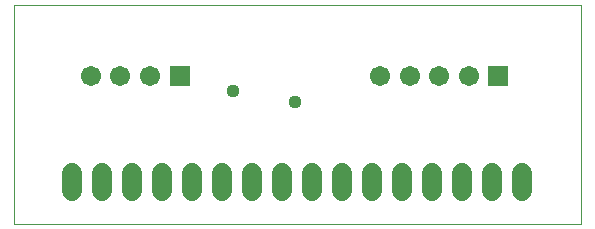
<source format=gbs>
G75*
%MOIN*%
%OFA0B0*%
%FSLAX25Y25*%
%IPPOS*%
%LPD*%
%AMOC8*
5,1,8,0,0,1.08239X$1,22.5*
%
%ADD10C,0.00000*%
%ADD11C,0.06800*%
%ADD12R,0.06737X0.06737*%
%ADD13C,0.06737*%
%ADD14C,0.04369*%
D10*
X0001610Y0001000D02*
X0190586Y0001000D01*
X0190586Y0073835D01*
X0001610Y0073835D01*
X0001610Y0001000D01*
D11*
X0020783Y0011780D02*
X0020783Y0017780D01*
X0030783Y0017780D02*
X0030783Y0011780D01*
X0040783Y0011780D02*
X0040783Y0017780D01*
X0050783Y0017780D02*
X0050783Y0011780D01*
X0060783Y0011780D02*
X0060783Y0017780D01*
X0070783Y0017780D02*
X0070783Y0011780D01*
X0080783Y0011780D02*
X0080783Y0017780D01*
X0090783Y0017780D02*
X0090783Y0011780D01*
X0100783Y0011780D02*
X0100783Y0017780D01*
X0110783Y0017780D02*
X0110783Y0011780D01*
X0120783Y0011780D02*
X0120783Y0017780D01*
X0130783Y0017780D02*
X0130783Y0011780D01*
X0140783Y0011780D02*
X0140783Y0017780D01*
X0150783Y0017780D02*
X0150783Y0011780D01*
X0160783Y0011780D02*
X0160783Y0017780D01*
X0170783Y0017780D02*
X0170783Y0011780D01*
D12*
X0163027Y0050213D03*
X0056728Y0050213D03*
D13*
X0046885Y0050213D03*
X0037043Y0050213D03*
X0027200Y0050213D03*
X0123657Y0050213D03*
X0133500Y0050213D03*
X0143342Y0050213D03*
X0153185Y0050213D03*
D14*
X0095114Y0041354D03*
X0074445Y0045291D03*
M02*

</source>
